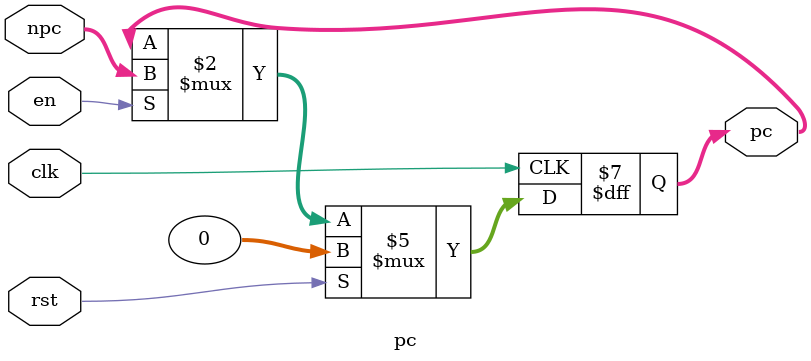
<source format=v>
`timescale 1ns / 1ps

module pc(
    input wire clk, rst, en,
    input wire[31:0] npc,
    
    output reg [31:0] pc
    );

    always @(posedge clk) 
    begin
        if(rst)  pc <= 0; 
        else if(en)  pc <= npc; 
    end

endmodule

</source>
